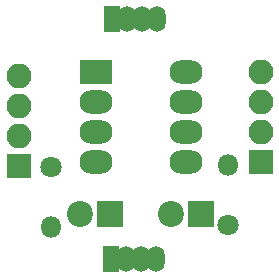
<source format=gbr>
G04 #@! TF.FileFunction,Soldermask,Top*
%FSLAX46Y46*%
G04 Gerber Fmt 4.6, Leading zero omitted, Abs format (unit mm)*
G04 Created by KiCad (PCBNEW 4.0.7) date 12/07/18 00:27:29*
%MOMM*%
%LPD*%
G01*
G04 APERTURE LIST*
%ADD10C,0.100000*%
%ADD11R,2.800000X2.000000*%
%ADD12O,2.800000X2.000000*%
%ADD13R,2.100000X2.100000*%
%ADD14O,2.100000X2.100000*%
%ADD15R,2.200000X2.200000*%
%ADD16C,2.200000*%
%ADD17C,1.800000*%
%ADD18O,1.800000X1.800000*%
%ADD19R,1.470000X2.200000*%
%ADD20O,1.470000X2.200000*%
G04 APERTURE END LIST*
D10*
D11*
X152527000Y-130302000D03*
D12*
X160147000Y-137922000D03*
X152527000Y-132842000D03*
X160147000Y-135382000D03*
X152527000Y-135382000D03*
X160147000Y-132842000D03*
X152527000Y-137922000D03*
X160147000Y-130302000D03*
D13*
X146050000Y-138303000D03*
D14*
X146050000Y-135763000D03*
X146050000Y-133223000D03*
X146050000Y-130683000D03*
D15*
X161442400Y-142341600D03*
D16*
X158902400Y-142341600D03*
D15*
X153720800Y-142341600D03*
D16*
X151180800Y-142341600D03*
D13*
X166497000Y-137922000D03*
D14*
X166497000Y-135382000D03*
X166497000Y-132842000D03*
X166497000Y-130302000D03*
D17*
X163728400Y-143256000D03*
D18*
X163728400Y-138176000D03*
D17*
X148793200Y-138328400D03*
D18*
X148793200Y-143408400D03*
D19*
X153924000Y-125857000D03*
D20*
X155194000Y-125857000D03*
X156464000Y-125857000D03*
X157734000Y-125857000D03*
D19*
X153797000Y-146177000D03*
D20*
X155067000Y-146177000D03*
X156337000Y-146177000D03*
X157607000Y-146177000D03*
M02*

</source>
